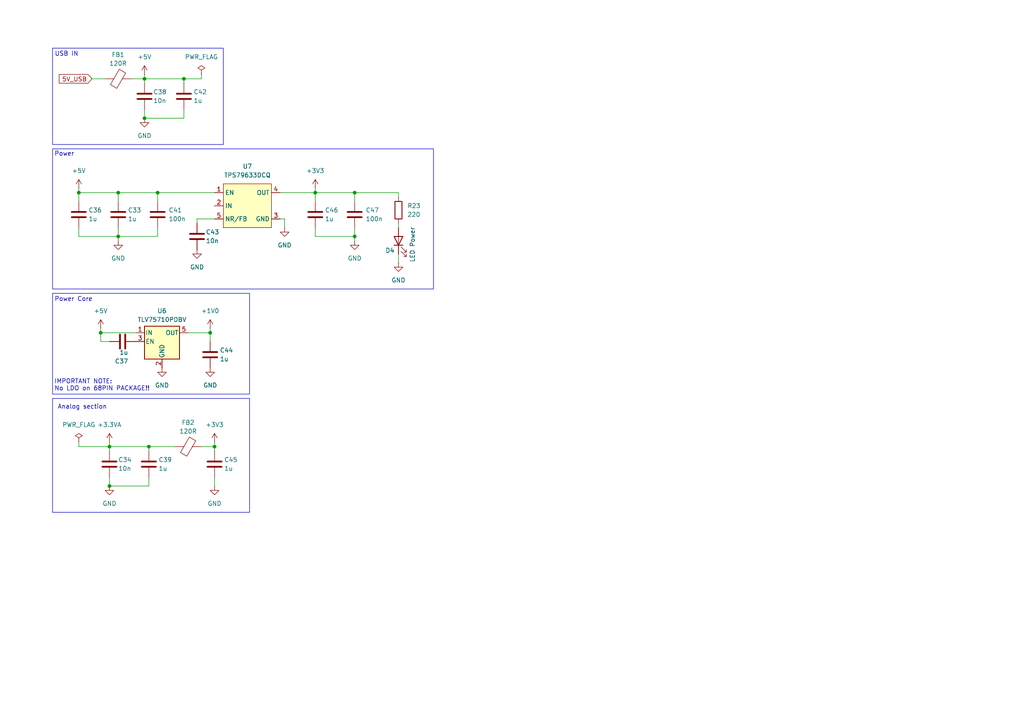
<source format=kicad_sch>
(kicad_sch (version 20250114) (generator "eeschema") (generator_version "9.0")
  (paper "A4")
  (lib_symbols
    (symbol "Device:C" (pin_numbers (hide yes)) (pin_names (offset 0.254))
      (property "Reference" "C" (at 0.635 2.54 0))
      (property "Value" "C" (at 0.635 -2.54 0))
      (symbol "C_0_1"
        (polyline (pts (xy -2.032 0.762) (xy 2.032 0.762)) (stroke (width 0.508)))
        (polyline (pts (xy -2.032 -0.762) (xy 2.032 -0.762)) (stroke (width 0.508)))
      )
      (symbol "C_1_1"
        (pin passive line (at 0 3.81 270) (length 2.794) (name "~") (number "1"))
        (pin passive line (at 0 -3.81 90) (length 2.794) (name "~") (number "2"))
      )
    )
    (symbol "Device:FerriteBead" (pin_numbers (hide yes)) (pin_names (offset 0))
      (property "Reference" "FB" (at -3.81 0.635 90))
      (property "Value" "FerriteBead" (at 3.81 0 90))
      (symbol "FerriteBead_0_1"
        (polyline (pts (xy -2.7686 0.4064) (xy -1.7018 2.2606) (xy 2.7686 -0.3048) (xy 1.6764 -2.159) (xy -2.7686 0.4064)))
        (polyline (pts (xy 0 1.27) (xy 0 1.2954)))
        (polyline (pts (xy 0 -1.27) (xy 0 -1.2192)))
      )
      (symbol "FerriteBead_1_1"
        (pin passive line (at 0 3.81 270) (length 2.54) (name "~") (number "1"))
        (pin passive line (at 0 -3.81 90) (length 2.54) (name "~") (number "2"))
      )
    )
    (symbol "Device:LED" (pin_numbers (hide yes)) (pin_names (offset 1.016) (hide yes))
      (property "Reference" "D" (at 0 2.54 0))
      (property "Value" "LED" (at 0 -2.54 0))
      (symbol "LED_0_1"
        (polyline (pts (xy -3.048 -0.762) (xy -4.572 -2.286) (xy -3.81 -2.286) (xy -4.572 -2.286) (xy -4.572 -1.524)))
        (polyline (pts (xy -1.778 -0.762) (xy -3.302 -2.286) (xy -2.54 -2.286) (xy -3.302 -2.286) (xy -3.302 -1.524)))
        (polyline (pts (xy -1.27 0) (xy 1.27 0)))
        (polyline (pts (xy -1.27 -1.27) (xy -1.27 1.27)) (stroke (width 0.254)))
        (polyline (pts (xy 1.27 -1.27) (xy 1.27 1.27) (xy -1.27 0) (xy 1.27 -1.27)) (stroke (width 0.254)))
      )
      (symbol "LED_1_1"
        (pin passive line (at -3.81 0 0) (length 2.54) (name "K") (number "1"))
        (pin passive line (at 3.81 0 180) (length 2.54) (name "A") (number "2"))
      )
    )
    (symbol "Device:R" (pin_numbers (hide yes)) (pin_names (offset 0))
      (property "Reference" "R" (at 2.032 0 90))
      (property "Value" "R" (at 0 0 90))
      (symbol "R_0_1"
        (rectangle (start -1.016 -2.54) (end 1.016 2.54) (stroke (width 0.254)))
      )
      (symbol "R_1_1"
        (pin passive line (at 0 3.81 270) (length 1.27) (name "~") (number "1"))
        (pin passive line (at 0 -3.81 90) (length 1.27) (name "~") (number "2"))
      )
    )
    (symbol "MySymbols:TPS79633DCQ"
      (property "Reference" "U4" (at 0.635 11.43 0))
      (property "Value" "TPS79633DCQ" (at 0.635 8.89 0))
      (symbol "TPS79633DCQ_0_0"
        (pin input line (at -8.89 3.81 0) (length 2.54) (name "EN") (number "1"))
        (pin power_in line (at -8.89 0 0) (length 2.54) (name "IN") (number "2"))
        (pin bidirectional line (at -8.89 -3.81 0) (length 2.54) (name "NR/FB") (number "5"))
        (pin power_out line (at 10.16 3.81 180) (length 2.54) (name "OUT") (number "4"))
        (pin power_in line (at 10.16 -3.81 180) (length 2.54) (name "GND") (number "3"))
        (pin power_in line (at 10.16 -3.81 180) (length 2.54) (hide yes) (name "GND") (number "6"))
      )
      (symbol "TPS79633DCQ_0_1"
        (rectangle (start -6.35 6.35) (end 7.62 -6.35) (stroke (width 0.1524)) (fill (type background)))
      )
    )
    (symbol "Regulator_Linear:TLV75710PDBV" (pin_names (offset 0.254))
      (property "Reference" "U" (at -3.81 5.715 0))
      (property "Value" "TLV75710PDBV" (at 0 5.715 0))
      (symbol "TLV75710PDBV_0_1"
        (rectangle (start -5.08 4.445) (end 5.08 -5.08) (stroke (width 0.254)) (fill (type background)))
      )
      (symbol "TLV75710PDBV_1_1"
        (pin power_in line (at -7.62 2.54 0) (length 2.54) (name "IN") (number "1"))
        (pin input line (at -7.62 0 0) (length 2.54) (name "EN") (number "3"))
        (pin power_in line (at 0 -7.62 90) (length 2.54) (name "GND") (number "2"))
        (pin no_connect line (at 5.08 0 180) (length 2.54) (hide yes) (name "NC") (number "4"))
        (pin power_out line (at 7.62 2.54 180) (length 2.54) (name "OUT") (number "5"))
      )
    )
    (symbol "power:+3.3VA" (power) (pin_numbers (hide yes)) (pin_names (offset 0) (hide yes))
      (property "Value" "+3.3VA" (at 0 3.556 0))
      (symbol "+3.3VA_0_1"
        (polyline (pts (xy -0.762 1.27) (xy 0 2.54)))
        (polyline (pts (xy 0 2.54) (xy 0.762 1.27)))
        (polyline (pts (xy 0 0) (xy 0 2.54)))
      )
      (symbol "+3.3VA_1_1"
        (pin power_in line (at 0 0 90) (length 0) (name "~") (number "1"))
      )
    )
    (symbol "power:+3V3" (power) (pin_numbers (hide yes)) (pin_names (offset 0) (hide yes))
      (property "Value" "+3V3" (at 0 3.556 0))
      (symbol "+3V3_0_1"
        (polyline (pts (xy -0.762 1.27) (xy 0 2.54)))
        (polyline (pts (xy 0 2.54) (xy 0.762 1.27)))
        (polyline (pts (xy 0 0) (xy 0 2.54)))
      )
      (symbol "+3V3_1_1"
        (pin power_in line (at 0 0 90) (length 0) (name "~") (number "1"))
      )
    )
    (symbol "power:+5V" (power) (pin_numbers (hide yes)) (pin_names (offset 0) (hide yes))
      (property "Value" "+5V" (at 0 3.556 0))
      (symbol "+5V_0_1"
        (polyline (pts (xy -0.762 1.27) (xy 0 2.54)))
        (polyline (pts (xy 0 2.54) (xy 0.762 1.27)))
        (polyline (pts (xy 0 0) (xy 0 2.54)))
      )
      (symbol "+5V_1_1"
        (pin power_in line (at 0 0 90) (length 0) (name "~") (number "1"))
      )
    )
    (symbol "power:GND" (power) (pin_numbers (hide yes)) (pin_names (offset 0) (hide yes))
      (property "Value" "GND" (at 0 -3.81 0))
      (symbol "GND_0_1"
        (polyline (pts (xy 0 0) (xy 0 -1.27) (xy 1.27 -1.27) (xy 0 -2.54) (xy -1.27 -1.27) (xy 0 -1.27)))
      )
      (symbol "GND_1_1"
        (pin power_in line (at 0 0 270) (length 0) (name "~") (number "1"))
      )
    )
    (symbol "power:PWR_FLAG" (power) (pin_numbers (hide yes)) (pin_names (offset 0) (hide yes))
      (property "Value" "PWR_FLAG" (at 0 3.81 0))
      (symbol "PWR_FLAG_0_0"
        (pin power_out line (at 0 0 90) (length 0) (name "~") (number "1"))
      )
      (symbol "PWR_FLAG_0_1"
        (polyline (pts (xy 0 0) (xy 0 1.27) (xy -1.016 1.905) (xy 0 2.54) (xy 1.016 1.905) (xy 0 1.27)))
      )
    )
    (symbol "power:VDD" (power) (pin_numbers (hide yes)) (pin_names (offset 0) (hide yes))
      (property "Value" "VDD" (at 0 3.556 0))
      (symbol "VDD_0_1"
        (polyline (pts (xy -0.762 1.27) (xy 0 2.54)))
        (polyline (pts (xy 0 2.54) (xy 0.762 1.27)))
        (polyline (pts (xy 0 0) (xy 0 2.54)))
      )
      (symbol "VDD_1_1"
        (pin power_in line (at 0 0 90) (length 0) (name "~") (number "1"))
      )
    )
  )
  (rectangle (start 15.24 13.97) (end 64.77 41.91))
  (rectangle (start 15.24 115.57) (end 72.39 148.59))
  (rectangle (start 15.24 43.18) (end 125.73 83.82))
  (rectangle (start 15.24 85.09) (end 72.39 114.3))
  (text "USB IN" (at 19.304 15.748 0) (effects (font (size 1.27 1.27))))
  (text "Power" (at 15.748 45.466 0) (effects (font (size 1.27 1.27)) (justify left bottom)))
  (text "Power Core" (at 21.336 86.868 0) (effects (font (size 1.27 1.27))))
  (text "IMPORTANT NOTE:\nNo LDO on 68PIN PACKAGE!!" (at 15.748 113.538 0) (effects (font (size 1.27 1.27)) (justify left bottom)))
  (text "Analog section" (at 23.876 118.11 0) (effects (font (size 1.27 1.27))))
  (junction (at 43.18 129.54))
  (junction (at 31.75 129.54))
  (junction (at 41.91 34.29))
  (junction (at 29.21 96.52))
  (junction (at 62.23 129.54))
  (junction (at 102.87 55.88))
  (junction (at 53.34 22.86))
  (junction (at 22.86 55.88))
  (junction (at 102.87 68.58))
  (junction (at 31.75 140.97))
  (junction (at 91.44 55.88))
  (junction (at 41.91 22.86))
  (junction (at 45.72 55.88))
  (junction (at 34.29 68.58))
  (junction (at 60.96 96.52))
  (junction (at 34.29 55.88))
  (wire (pts (xy 34.29 68.58) (xy 45.72 68.58)))
  (wire (pts (xy 60.96 96.52) (xy 60.96 99.06)))
  (wire (pts (xy 31.75 129.54) (xy 43.18 129.54)))
  (wire (pts (xy 38.1 22.86) (xy 41.91 22.86)))
  (wire (pts (xy 102.87 68.58) (xy 102.87 69.85)))
  (wire (pts (xy 41.91 22.86) (xy 41.91 24.13)))
  (wire (pts (xy 91.44 55.88) (xy 102.87 55.88)))
  (wire (pts (xy 29.21 96.52) (xy 39.37 96.52)))
  (wire (pts (xy 115.57 73.66) (xy 115.57 76.2)))
  (wire (pts (xy 115.57 64.77) (xy 115.57 66.04)))
  (wire (pts (xy 45.72 55.88) (xy 62.23 55.88)))
  (wire (pts (xy 62.23 63.5) (xy 57.15 63.5)))
  (wire (pts (xy 62.23 129.54) (xy 62.23 130.81)))
  (wire (pts (xy 31.75 138.43) (xy 31.75 140.97)))
  (wire (pts (xy 29.21 95.25) (xy 29.21 96.52)))
  (wire (pts (xy 34.29 68.58) (xy 34.29 69.85)))
  (wire (pts (xy 22.86 54.61) (xy 22.86 55.88)))
  (wire (pts (xy 62.23 138.43) (xy 62.23 140.97)))
  (wire (pts (xy 43.18 129.54) (xy 43.18 130.81)))
  (wire (pts (xy 53.34 22.86) (xy 53.34 24.13)))
  (wire (pts (xy 43.18 129.54) (xy 50.8 129.54)))
  (wire (pts (xy 34.29 55.88) (xy 34.29 58.42)))
  (wire (pts (xy 34.29 55.88) (xy 45.72 55.88)))
  (wire (pts (xy 82.55 63.5) (xy 82.55 66.04)))
  (wire (pts (xy 54.61 96.52) (xy 60.96 96.52)))
  (wire (pts (xy 22.86 129.54) (xy 31.75 129.54)))
  (wire (pts (xy 41.91 31.75) (xy 41.91 34.29)))
  (wire (pts (xy 43.18 138.43) (xy 43.18 140.97)))
  (wire (pts (xy 31.75 140.97) (xy 43.18 140.97)))
  (wire (pts (xy 91.44 55.88) (xy 91.44 58.42)))
  (wire (pts (xy 31.75 99.06) (xy 29.21 99.06)))
  (wire (pts (xy 102.87 55.88) (xy 102.87 58.42)))
  (wire (pts (xy 29.21 99.06) (xy 29.21 96.52)))
  (wire (pts (xy 81.28 63.5) (xy 82.55 63.5)))
  (wire (pts (xy 45.72 55.88) (xy 45.72 58.42)))
  (wire (pts (xy 45.72 68.58) (xy 45.72 66.04)))
  (wire (pts (xy 57.15 63.5) (xy 57.15 64.77)))
  (wire (pts (xy 22.86 68.58) (xy 34.29 68.58)))
  (wire (pts (xy 31.75 128.27) (xy 31.75 129.54)))
  (wire (pts (xy 31.75 129.54) (xy 31.75 130.81)))
  (wire (pts (xy 53.34 22.86) (xy 58.42 22.86)))
  (wire (pts (xy 91.44 66.04) (xy 91.44 68.58)))
  (wire (pts (xy 91.44 68.58) (xy 102.87 68.58)))
  (wire (pts (xy 34.29 66.04) (xy 34.29 68.58)))
  (wire (pts (xy 41.91 34.29) (xy 53.34 34.29)))
  (wire (pts (xy 102.87 68.58) (xy 102.87 66.04)))
  (wire (pts (xy 62.23 128.27) (xy 62.23 129.54)))
  (wire (pts (xy 91.44 54.61) (xy 91.44 55.88)))
  (wire (pts (xy 41.91 21.59) (xy 41.91 22.86)))
  (wire (pts (xy 102.87 55.88) (xy 115.57 55.88)))
  (wire (pts (xy 53.34 31.75) (xy 53.34 34.29)))
  (wire (pts (xy 60.96 95.25) (xy 60.96 96.52)))
  (wire (pts (xy 22.86 66.04) (xy 22.86 68.58)))
  (wire (pts (xy 41.91 22.86) (xy 53.34 22.86)))
  (wire (pts (xy 81.28 55.88) (xy 91.44 55.88)))
  (wire (pts (xy 22.86 55.88) (xy 34.29 55.88)))
  (wire (pts (xy 22.86 128.27) (xy 22.86 129.54)))
  (wire (pts (xy 58.42 129.54) (xy 62.23 129.54)))
  (wire (pts (xy 26.67 22.86) (xy 30.48 22.86)))
  (wire (pts (xy 115.57 55.88) (xy 115.57 57.15)))
  (wire (pts (xy 22.86 58.42) (xy 22.86 55.88)))
  (wire (pts (xy 58.42 22.86) (xy 58.42 21.59)))
  (global_label "5V_USB" (shape input) (at 26.67 22.86 180) (property "Intersheetrefs" "${INTERSHEET_REFS}" (effects (hide yes))))
  (symbol (lib_id "power:+5V") (at 41.91 21.59 0) (unit 1)
    (property "Reference" "#PWR080" (effects (hide yes)))
    (property "Value" "+5V" (at 41.91 16.51 0))
    (property "Description" "Power symbol creates a global label with name \"+5V\"" (effects (hide yes)))
  )
  (symbol (lib_id "power:GND") (at 41.91 34.29 0) (unit 1)
    (property "Reference" "#PWR081" (effects (hide yes)))
    (property "Value" "GND" (at 41.91 39.37 0))
    (property "Description" "Power symbol creates a global label with name \"GND\" , ground" (effects (hide yes)))
  )
  (symbol (lib_id "power:+3V3") (at 62.23 128.27 0) (unit 1)
    (property "Reference" "#PWR086" (effects (hide yes)))
    (property "Value" "+3V3" (at 62.23 123.19 0))
    (property "Description" "Power symbol creates a global label with name \"+3V3\"" (effects (hide yes)))
  )
  (symbol (lib_id "power:VDD") (at 60.96 95.25 0) (unit 1)
    (property "Reference" "#PWR084" (effects (hide yes)))
    (property "Value" "+1V0" (at 60.96 90.17 0))
    (property "Description" "Power symbol creates a global label with name \"VDD\"" (effects (hide yes)))
  )
  (symbol (lib_id "power:GND") (at 34.29 69.85 0) (unit 1)
    (property "Reference" "#PWR092" (effects (hide yes)))
    (property "Value" "GND" (at 34.29 74.93 0))
    (property "Description" "Power symbol creates a global label with name \"GND\" , ground" (effects (hide yes)))
  )
  (symbol (lib_id "Device:C") (at 62.23 134.62 0) (unit 1)
    (property "Reference" "C45" (at 65.024 133.35 0) (effects (justify left)))
    (property "Value" "1u" (at 65.024 135.89 0) (effects (justify left)))
    (property "Footprint" "Capacitor_SMD:C_0402_1005Metric" (effects (hide yes)))
    (property "Description" "Unpolarized capacitor" (effects (hide yes)))
    (property "MOUSER_NR" "963-LMK105BJ105MVHF" (effects (hide yes)))
  )
  (symbol (lib_id "Device:C") (at 57.15 68.58 0) (unit 1)
    (property "Reference" "C43" (at 59.69 67.31 0) (effects (justify left)))
    (property "Value" "10n" (at 59.69 69.85 0) (effects (justify left)))
    (property "Footprint" "Capacitor_SMD:C_0402_1005Metric" (effects (hide yes)))
    (property "Description" "Unpolarized capacitor" (effects (hide yes)))
    (property "MOUSER_NR" "81-GRM155R61A103KA1D" (effects (hide yes)))
  )
  (symbol (lib_id "Device:C") (at 43.18 134.62 0) (unit 1)
    (property "Reference" "C39" (at 45.974 133.35 0) (effects (justify left)))
    (property "Value" "1u" (at 45.974 135.89 0) (effects (justify left)))
    (property "Footprint" "Capacitor_SMD:C_0402_1005Metric" (effects (hide yes)))
    (property "Description" "Unpolarized capacitor" (effects (hide yes)))
    (property "MOUSER_NR" "963-LMK105BJ105MVHF" (effects (hide yes)))
  )
  (symbol (lib_id "Device:FerriteBead") (at 34.29 22.86 90) (unit 1)
    (property "Reference" "FB1" (at 34.2392 15.875 90))
    (property "Value" "120R" (at 34.2392 18.415 90))
    (property "Footprint" "Resistor_SMD:R_0402_1005Metric" (effects (hide yes)))
    (property "Description" "Ferrite bead" (effects (hide yes)))
    (property "MOUSER_NR" "81-BLM15PX121SH1D " (effects (hide yes)))
  )
  (symbol (lib_id "Device:C") (at 53.34 27.94 0) (unit 1)
    (property "Reference" "C42" (at 56.134 26.67 0) (effects (justify left)))
    (property "Value" "1u" (at 56.134 29.21 0) (effects (justify left)))
    (property "Footprint" "Capacitor_SMD:C_0402_1005Metric" (effects (hide yes)))
    (property "Description" "Unpolarized capacitor" (effects (hide yes)))
    (property "MOUSER_NR" "963-LMK105BJ105MVHF" (effects (hide yes)))
  )
  (symbol (lib_id "Device:FerriteBead") (at 54.61 129.54 90) (unit 1)
    (property "Reference" "FB2" (at 54.5592 122.555 90))
    (property "Value" "120R" (at 54.5592 125.095 90))
    (property "Footprint" "Resistor_SMD:R_0402_1005Metric" (effects (hide yes)))
    (property "Description" "Ferrite bead" (effects (hide yes)))
    (property "MOUSER_NR" "81-BLM15PX121SH1D " (effects (hide yes)))
  )
  (symbol (lib_id "power:GND") (at 60.96 106.68 0) (unit 1)
    (property "Reference" "#PWR085" (effects (hide yes)))
    (property "Value" "GND" (at 60.96 111.76 0))
    (property "Description" "Power symbol creates a global label with name \"GND\" , ground" (effects (hide yes)))
  )
  (symbol (lib_id "power:+3.3VA") (at 31.75 128.27 0) (unit 1)
    (property "Reference" "#PWR076" (effects (hide yes)))
    (property "Value" "+3.3VA" (at 31.75 123.19 0))
    (property "Description" "Power symbol creates a global label with name \"+3.3VA\"" (effects (hide yes)))
  )
  (symbol (lib_id "Regulator_Linear:TLV75710PDBV") (at 46.99 99.06 0) (unit 1)
    (property "Reference" "U6" (at 46.99 90.17 0))
    (property "Value" "TLV75710PDBV" (at 46.99 92.71 0))
    (property "Footprint" "Package_TO_SOT_SMD:SOT-23-5" (effects (hide yes)))
    (property "Datasheet" "https://www.ti.com/lit/ds/symlink/tlv757p.pdf" (effects (hide yes)))
    (property "Description" "1A Low IQ Small Size Low Dropout Voltage Regulator, Fixed Output 1.0V, SOT-23-5" (effects (hide yes)))
  )
  (symbol (lib_id "power:GND") (at 102.87 69.85 0) (unit 1)
    (property "Reference" "#PWR095" (effects (hide yes)))
    (property "Value" "GND" (at 102.87 74.93 0))
    (property "Description" "Power symbol creates a global label with name \"GND\" , ground" (effects (hide yes)))
  )
  (symbol (lib_id "power:PWR_FLAG") (at 58.42 21.59 0) (unit 1)
    (property "Reference" "#FLG05" (effects (hide yes)))
    (property "Value" "PWR_FLAG" (at 58.42 16.51 0))
    (property "Description" "Special symbol for telling ERC where power comes from" (effects (hide yes)))
  )
  (symbol (lib_id "Device:C") (at 91.44 62.23 0) (unit 1)
    (property "Reference" "C46" (at 94.234 60.96 0) (effects (justify left)))
    (property "Value" "1u" (at 94.234 63.5 0) (effects (justify left)))
    (property "Footprint" "Capacitor_SMD:C_0402_1005Metric" (effects (hide yes)))
    (property "Description" "Unpolarized capacitor" (effects (hide yes)))
    (property "MOUSER_NR" "963-LMK105BJ105MVHF" (effects (hide yes)))
  )
  (symbol (lib_id "power:PWR_FLAG") (at 22.86 128.27 0) (unit 1)
    (property "Reference" "#FLG03" (effects (hide yes)))
    (property "Value" "PWR_FLAG" (at 22.86 123.19 0))
    (property "Description" "Special symbol for telling ERC where power comes from" (effects (hide yes)))
  )
  (symbol (lib_id "Device:R") (at 115.57 60.96 0) (unit 1)
    (property "Reference" "R23" (at 118.11 59.6899 0) (effects (justify left)))
    (property "Value" "220" (at 118.11 62.2299 0) (effects (justify left)))
    (property "Footprint" "Resistor_SMD:R_0402_1005Metric" (effects (hide yes)))
    (property "Description" "Resistor" (effects (hide yes)))
    (property "MOUSER_NR" " 652-CR0402FX-2200GLF " (effects (hide yes)))
  )
  (symbol (lib_id "Device:C") (at 102.87 62.23 0) (unit 1)
    (property "Reference" "C47" (at 106.045 60.96 0) (effects (justify left)))
    (property "Value" "100n" (at 106.045 63.5 0) (effects (justify left)))
    (property "Footprint" "Capacitor_SMD:C_0402_1005Metric" (effects (hide yes)))
    (property "Description" "Unpolarized capacitor" (effects (hide yes)))
    (property "MOUSER_NR" "963-MCASL105SB7104KF" (effects (hide yes)))
  )
  (symbol (lib_id "Device:C") (at 45.72 62.23 0) (unit 1)
    (property "Reference" "C41" (at 48.895 60.96 0) (effects (justify left)))
    (property "Value" "100n" (at 48.895 63.5 0) (effects (justify left)))
    (property "Footprint" "Capacitor_SMD:C_0402_1005Metric" (effects (hide yes)))
    (property "Description" "Unpolarized capacitor" (effects (hide yes)))
    (property "MOUSER_NR" "963-MCASL105SB7104KF" (effects (hide yes)))
  )
  (symbol (lib_id "power:GND") (at 115.57 76.2 0) (unit 1)
    (property "Reference" "#PWR089" (effects (hide yes)))
    (property "Value" "GND" (at 115.57 81.28 0))
    (property "Description" "Power symbol creates a global label with name \"GND\" , ground" (effects (hide yes)))
  )
  (symbol (lib_id "power:GND") (at 57.15 72.39 0) (unit 1)
    (property "Reference" "#PWR090" (effects (hide yes)))
    (property "Value" "GND" (at 57.15 77.47 0))
    (property "Description" "Power symbol creates a global label with name \"GND\" , ground" (effects (hide yes)))
  )
  (symbol (lib_id "power:GND") (at 46.99 106.68 0) (unit 1)
    (property "Reference" "#PWR082" (effects (hide yes)))
    (property "Value" "GND" (at 46.99 111.76 0))
    (property "Description" "Power symbol creates a global label with name \"GND\" , ground" (effects (hide yes)))
  )
  (symbol (lib_id "power:+5V") (at 22.86 54.61 0) (unit 1)
    (property "Reference" "#PWR078" (effects (hide yes)))
    (property "Value" "+5V" (at 22.86 49.53 0))
    (property "Description" "Power symbol creates a global label with name \"+5V\"" (effects (hide yes)))
  )
  (symbol (lib_id "power:+3V3") (at 91.44 54.61 0) (unit 1)
    (property "Reference" "#PWR079" (effects (hide yes)))
    (property "Value" "+3V3" (at 91.44 49.53 0))
    (property "Description" "Power symbol creates a global label with name \"+3V3\"" (effects (hide yes)))
  )
  (symbol (lib_id "Device:C") (at 41.91 27.94 0) (unit 1)
    (property "Reference" "C38" (at 44.45 26.67 0) (effects (justify left)))
    (property "Value" "10n" (at 44.45 29.21 0) (effects (justify left)))
    (property "Footprint" "Capacitor_SMD:C_0402_1005Metric" (effects (hide yes)))
    (property "Description" "Unpolarized capacitor" (effects (hide yes)))
    (property "MOUSER_NR" "81-GRM155R61A103KA1D" (effects (hide yes)))
  )
  (symbol (lib_id "power:GND") (at 82.55 66.04 0) (unit 1)
    (property "Reference" "#PWR094" (effects (hide yes)))
    (property "Value" "GND" (at 82.55 71.12 0))
    (property "Description" "Power symbol creates a global label with name \"GND\" , ground" (effects (hide yes)))
  )
  (symbol (lib_id "Device:C") (at 35.56 99.06 270) (unit 1)
    (property "Reference" "C37" (at 37.211 104.775 90) (effects (justify right)))
    (property "Value" "1u" (at 37.211 102.235 90) (effects (justify right)))
    (property "Footprint" "Capacitor_SMD:C_0402_1005Metric" (effects (hide yes)))
    (property "Description" "Unpolarized capacitor" (effects (hide yes)))
    (property "MOUSER_NR" "963-LMK105BJ105MVHF" (effects (hide yes)))
  )
  (symbol (lib_id "Device:C") (at 22.86 62.23 0) (unit 1)
    (property "Reference" "C36" (at 25.654 60.96 0) (effects (justify left)))
    (property "Value" "1u" (at 25.654 63.5 0) (effects (justify left)))
    (property "Footprint" "Capacitor_SMD:C_0402_1005Metric" (effects (hide yes)))
    (property "Description" "Unpolarized capacitor" (effects (hide yes)))
    (property "MOUSER_NR" "963-LMK105BJ105MVHF" (effects (hide yes)))
  )
  (symbol (lib_id "Device:C") (at 60.96 102.87 0) (unit 1)
    (property "Reference" "C44" (at 63.754 101.6 0) (effects (justify left)))
    (property "Value" "1u" (at 63.754 104.14 0) (effects (justify left)))
    (property "Footprint" "Capacitor_SMD:C_0402_1005Metric" (effects (hide yes)))
    (property "Description" "Unpolarized capacitor" (effects (hide yes)))
    (property "MOUSER_NR" "963-LMK105BJ105MVHF" (effects (hide yes)))
  )
  (symbol (lib_id "power:GND") (at 31.75 140.97 0) (unit 1)
    (property "Reference" "#PWR077" (effects (hide yes)))
    (property "Value" "GND" (at 31.75 146.05 0))
    (property "Description" "Power symbol creates a global label with name \"GND\" , ground" (effects (hide yes)))
  )
  (symbol (lib_id "power:GND") (at 62.23 140.97 0) (unit 1)
    (property "Reference" "#PWR087" (effects (hide yes)))
    (property "Value" "GND" (at 62.23 146.05 0))
    (property "Description" "Power symbol creates a global label with name \"GND\" , ground" (effects (hide yes)))
  )
  (symbol (lib_id "MySymbols:TPS79633DCQ") (at 71.12 59.69 0) (unit 1)
    (property "Reference" "U7" (at 71.755 48.26 0))
    (property "Value" "TPS79633DCQ" (at 71.755 50.8 0))
    (property "Footprint" "Package_TO_SOT_SMD:SOT-223-6" (effects (hide yes)))
    (property "Datasheet" "https://www.ti.com/general/docs/suppproductinfo.tsp?distId=26&gotoUrl=http%3A%2F%2Fwww.ti.com%2Flit%2Fgpn%2Ftps796" (effects (hide yes)))
    (property "MOUSER_NO" "595-TPS79633DCQ" (effects (hide yes)))
  )
  (symbol (lib_id "Device:C") (at 34.29 62.23 0) (unit 1)
    (property "Reference" "C33" (at 37.084 60.96 0) (effects (justify left)))
    (property "Value" "1u" (at 37.084 63.5 0) (effects (justify left)))
    (property "Footprint" "Capacitor_SMD:C_0402_1005Metric" (effects (hide yes)))
    (property "Description" "Unpolarized capacitor" (effects (hide yes)))
    (property "MOUSER_NR" "963-LMK105BJ105MVHF" (effects (hide yes)))
  )
  (symbol (lib_id "Device:LED") (at 115.57 69.85 90) (unit 1)
    (property "Reference" "D4" (at 111.76 72.644 90) (effects (justify right)))
    (property "Value" "LED Power" (at 119.634 65.786 0) (effects (justify right)))
    (property "Footprint" "LED_SMD:LED_0603_1608Metric" (effects (hide yes)))
    (property "Description" "Light emitting diode" (effects (hide yes)))
    (property "Sim.Pins" "1=K 2=A" (effects (hide yes)))
    (property "MOUSER_NR" " 645-598-8N80-107F" (effects (hide yes)))
  )
  (symbol (lib_id "Device:C") (at 31.75 134.62 0) (unit 1)
    (property "Reference" "C34" (at 34.29 133.35 0) (effects (justify left)))
    (property "Value" "10n" (at 34.29 135.89 0) (effects (justify left)))
    (property "Footprint" "Capacitor_SMD:C_0402_1005Metric" (effects (hide yes)))
    (property "Description" "Unpolarized capacitor" (effects (hide yes)))
    (property "MOUSER_NR" "81-GRM155R61A103KA1D" (effects (hide yes)))
  )
  (symbol (lib_id "power:+5V") (at 29.21 95.25 0) (unit 1)
    (property "Reference" "#PWR075" (effects (hide yes)))
    (property "Value" "+5V" (at 29.21 90.17 0))
    (property "Description" "Power symbol creates a global label with name \"+5V\"" (effects (hide yes)))
  )
)
</source>
